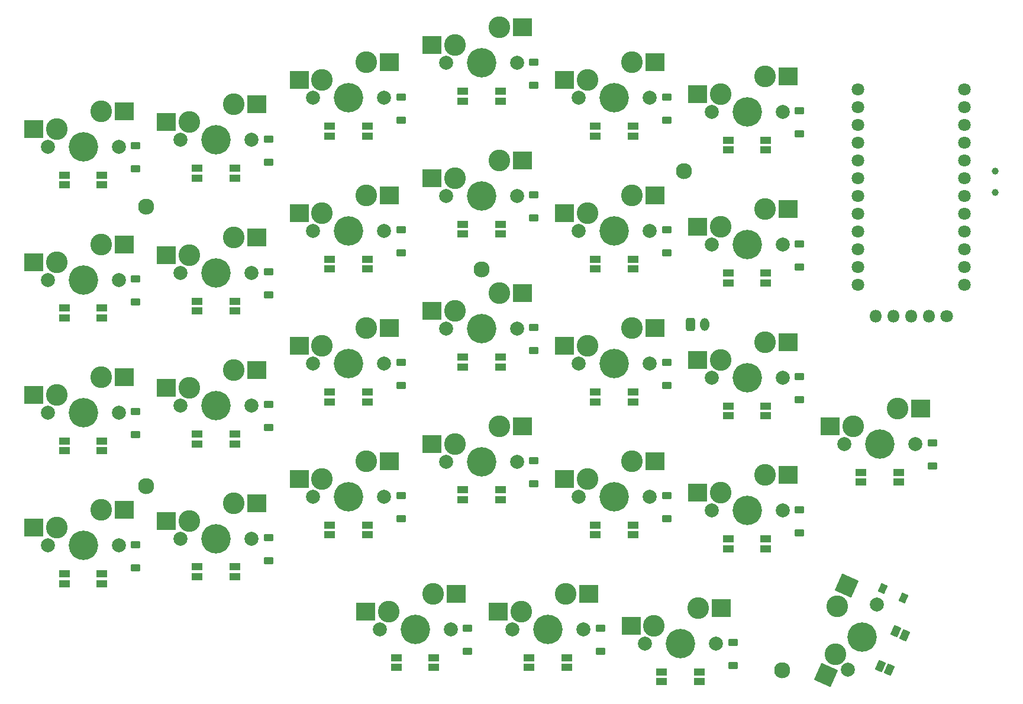
<source format=gbr>
%TF.GenerationSoftware,KiCad,Pcbnew,8.0.6*%
%TF.CreationDate,2024-12-22T09:15:40+01:00*%
%TF.ProjectId,left_finished,6c656674-5f66-4696-9e69-736865642e6b,0.1*%
%TF.SameCoordinates,Original*%
%TF.FileFunction,Soldermask,Bot*%
%TF.FilePolarity,Negative*%
%FSLAX46Y46*%
G04 Gerber Fmt 4.6, Leading zero omitted, Abs format (unit mm)*
G04 Created by KiCad (PCBNEW 8.0.6) date 2024-12-22 09:15:40*
%MOMM*%
%LPD*%
G01*
G04 APERTURE LIST*
G04 Aperture macros list*
%AMRoundRect*
0 Rectangle with rounded corners*
0 $1 Rounding radius*
0 $2 $3 $4 $5 $6 $7 $8 $9 X,Y pos of 4 corners*
0 Add a 4 corners polygon primitive as box body*
4,1,4,$2,$3,$4,$5,$6,$7,$8,$9,$2,$3,0*
0 Add four circle primitives for the rounded corners*
1,1,$1+$1,$2,$3*
1,1,$1+$1,$4,$5*
1,1,$1+$1,$6,$7*
1,1,$1+$1,$8,$9*
0 Add four rect primitives between the rounded corners*
20,1,$1+$1,$2,$3,$4,$5,0*
20,1,$1+$1,$4,$5,$6,$7,0*
20,1,$1+$1,$6,$7,$8,$9,0*
20,1,$1+$1,$8,$9,$2,$3,0*%
G04 Aperture macros list end*
%ADD10C,1.000000*%
%ADD11O,1.800000X1.800000*%
%ADD12C,1.800000*%
%ADD13C,2.300000*%
%ADD14C,2.000000*%
%ADD15C,3.100000*%
%ADD16C,4.200000*%
%ADD17RoundRect,0.050000X-1.275000X-1.250000X1.275000X-1.250000X1.275000X1.250000X-1.275000X1.250000X0*%
%ADD18RoundRect,0.260000X0.390000X0.665000X-0.390000X0.665000X-0.390000X-0.665000X0.390000X-0.665000X0*%
%ADD19O,1.300000X1.850000*%
%ADD20RoundRect,0.050000X0.600000X-0.450000X0.600000X0.450000X-0.600000X0.450000X-0.600000X-0.450000X0*%
%ADD21RoundRect,0.050000X0.700000X0.500000X-0.700000X0.500000X-0.700000X-0.500000X0.700000X-0.500000X0*%
%ADD22RoundRect,0.050000X0.655137X0.365096X-0.167053X0.731159X-0.655137X-0.365096X0.167053X-0.731159X0*%
%ADD23RoundRect,0.050000X-0.172057X0.842850X-0.741488X-0.436113X0.172057X-0.842850X0.741488X0.436113X0*%
%ADD24RoundRect,0.050000X0.623343X-1.673191X1.660521X0.656350X-0.623343X1.673191X-1.660521X-0.656350X0*%
G04 APERTURE END LIST*
D10*
%TO.C,PWR1*%
X278525000Y-116500000D03*
X278525000Y-119500000D03*
%TD*%
D11*
%TO.C,DISP1*%
X261420000Y-137200000D03*
X263960000Y-137200000D03*
X266500000Y-137200000D03*
X269040000Y-137200000D03*
D12*
X271580000Y-137200000D03*
%TD*%
D13*
%TO.C,MH4*%
X234000000Y-116500000D03*
%TD*%
%TO.C,MH3*%
X157000000Y-121500000D03*
%TD*%
%TO.C,MH1*%
X248074234Y-187864648D03*
%TD*%
%TO.C,MH5*%
X205000000Y-130500000D03*
%TD*%
D12*
%TO.C,MCU1*%
X274120000Y-104800000D03*
X274120000Y-107340000D03*
X274120000Y-109880000D03*
X274120000Y-112420000D03*
X274120000Y-114960000D03*
X274120000Y-117500000D03*
X274120000Y-120040000D03*
X274120000Y-122580000D03*
X274120000Y-125120000D03*
X274120000Y-127660000D03*
X274120000Y-130200000D03*
X274120000Y-132740000D03*
X258880000Y-132740000D03*
X258880000Y-130200000D03*
X258880000Y-127660000D03*
X258880000Y-125120000D03*
X258880000Y-122580000D03*
X258880000Y-120040000D03*
X258880000Y-117500000D03*
X258880000Y-114960000D03*
X258880000Y-112420000D03*
X258880000Y-109880000D03*
X258880000Y-107340000D03*
X258880000Y-104800000D03*
%TD*%
D13*
%TO.C,MH2*%
X157000000Y-161500000D03*
%TD*%
D14*
%TO.C,S22*%
X237920000Y-146000000D03*
D15*
X239190000Y-143460000D03*
D16*
X243000000Y-146000000D03*
D15*
X245540000Y-140920000D03*
D14*
X248080000Y-146000000D03*
D17*
X235915000Y-143460000D03*
X248842000Y-140920000D03*
%TD*%
D18*
%TO.C,JST1*%
X234950000Y-138400000D03*
D19*
X236950000Y-138400000D03*
%TD*%
D20*
%TO.C,D12*%
X193500000Y-109150000D03*
X193500000Y-105850000D03*
%TD*%
D14*
%TO.C,S20*%
X218920000Y-106000000D03*
D15*
X220190000Y-103460000D03*
D16*
X224000000Y-106000000D03*
D15*
X226540000Y-100920000D03*
D14*
X229080000Y-106000000D03*
D17*
X216915000Y-103460000D03*
X229842000Y-100920000D03*
%TD*%
D20*
%TO.C,D8*%
X174500000Y-115150000D03*
X174500000Y-111850000D03*
%TD*%
D14*
%TO.C,S11*%
X180920000Y-125000000D03*
D15*
X182190000Y-122460000D03*
D16*
X186000000Y-125000000D03*
D15*
X188540000Y-119920000D03*
D14*
X191080000Y-125000000D03*
D17*
X178915000Y-122460000D03*
X191842000Y-119920000D03*
%TD*%
D20*
%TO.C,D9*%
X193500000Y-166150000D03*
X193500000Y-162850000D03*
%TD*%
%TO.C,D13*%
X212500000Y-161150000D03*
X212500000Y-157850000D03*
%TD*%
D21*
%TO.C,LED12*%
X183300000Y-110050000D03*
X183300000Y-111450000D03*
X188700000Y-111450000D03*
X188700000Y-110050000D03*
%TD*%
D20*
%TO.C,D22*%
X250500000Y-149150000D03*
X250500000Y-145850000D03*
%TD*%
D14*
%TO.C,S13*%
X199920000Y-158000000D03*
D15*
X201190000Y-155460000D03*
D16*
X205000000Y-158000000D03*
D15*
X207540000Y-152920000D03*
D14*
X210080000Y-158000000D03*
D17*
X197915000Y-155460000D03*
X210842000Y-152920000D03*
%TD*%
D14*
%TO.C,S10*%
X180920000Y-144000000D03*
D15*
X182190000Y-141460000D03*
D16*
X186000000Y-144000000D03*
D15*
X188540000Y-138920000D03*
D14*
X191080000Y-144000000D03*
D17*
X178915000Y-141460000D03*
X191842000Y-138920000D03*
%TD*%
D21*
%TO.C,LED27*%
X230800000Y-188050000D03*
X230800000Y-189450000D03*
X236200000Y-189450000D03*
X236200000Y-188050000D03*
%TD*%
%TO.C,LED25*%
X192800000Y-186050000D03*
X192800000Y-187450000D03*
X198200000Y-187450000D03*
X198200000Y-186050000D03*
%TD*%
%TO.C,LED22*%
X240300000Y-150050000D03*
X240300000Y-151450000D03*
X245700000Y-151450000D03*
X245700000Y-150050000D03*
%TD*%
D14*
%TO.C,S2*%
X142920000Y-151000000D03*
D15*
X144190000Y-148460000D03*
D16*
X148000000Y-151000000D03*
D15*
X150540000Y-145920000D03*
D14*
X153080000Y-151000000D03*
D17*
X140915000Y-148460000D03*
X153842000Y-145920000D03*
%TD*%
D21*
%TO.C,LED18*%
X221300000Y-148050000D03*
X221300000Y-149450000D03*
X226700000Y-149450000D03*
X226700000Y-148050000D03*
%TD*%
%TO.C,LED3*%
X145300000Y-136050000D03*
X145300000Y-137450000D03*
X150700000Y-137450000D03*
X150700000Y-136050000D03*
%TD*%
%TO.C,LED13*%
X202300000Y-162050000D03*
X202300000Y-163450000D03*
X207700000Y-163450000D03*
X207700000Y-162050000D03*
%TD*%
%TO.C,LED19*%
X221300000Y-129050000D03*
X221300000Y-130450000D03*
X226700000Y-130450000D03*
X226700000Y-129050000D03*
%TD*%
D14*
%TO.C,S25*%
X190420000Y-182000000D03*
D15*
X191690000Y-179460000D03*
D16*
X195500000Y-182000000D03*
D15*
X198040000Y-176920000D03*
D14*
X200580000Y-182000000D03*
D17*
X188415000Y-179460000D03*
X201342000Y-176920000D03*
%TD*%
D21*
%TO.C,LED24*%
X240300000Y-112050000D03*
X240300000Y-113450000D03*
X245700000Y-113450000D03*
X245700000Y-112050000D03*
%TD*%
D20*
%TO.C,D18*%
X231500000Y-147150000D03*
X231500000Y-143850000D03*
%TD*%
D14*
%TO.C,S9*%
X180920000Y-163000000D03*
D15*
X182190000Y-160460000D03*
D16*
X186000000Y-163000000D03*
D15*
X188540000Y-157920000D03*
D14*
X191080000Y-163000000D03*
D17*
X178915000Y-160460000D03*
X191842000Y-157920000D03*
%TD*%
D22*
%TO.C,D28*%
X265428193Y-177529629D03*
X262413493Y-176187399D03*
%TD*%
D14*
%TO.C,S5*%
X161920000Y-169000000D03*
D15*
X163190000Y-166460000D03*
D16*
X167000000Y-169000000D03*
D15*
X169540000Y-163920000D03*
D14*
X172080000Y-169000000D03*
D17*
X159915000Y-166460000D03*
X172842000Y-163920000D03*
%TD*%
D21*
%TO.C,LED14*%
X202300000Y-143050000D03*
X202300000Y-144450000D03*
X207700000Y-144450000D03*
X207700000Y-143050000D03*
%TD*%
D14*
%TO.C,S27*%
X228420000Y-184000000D03*
D15*
X229690000Y-181460000D03*
D16*
X233500000Y-184000000D03*
D15*
X236040000Y-178920000D03*
D14*
X238580000Y-184000000D03*
D17*
X226415000Y-181460000D03*
X239342000Y-178920000D03*
%TD*%
D14*
%TO.C,S23*%
X237920000Y-127000000D03*
D15*
X239190000Y-124460000D03*
D16*
X243000000Y-127000000D03*
D15*
X245540000Y-121920000D03*
D14*
X248080000Y-127000000D03*
D17*
X235915000Y-124460000D03*
X248842000Y-121920000D03*
%TD*%
D14*
%TO.C,S18*%
X218920000Y-144000000D03*
D15*
X220190000Y-141460000D03*
D16*
X224000000Y-144000000D03*
D15*
X226540000Y-138920000D03*
D14*
X229080000Y-144000000D03*
D17*
X216915000Y-141460000D03*
X229842000Y-138920000D03*
%TD*%
D21*
%TO.C,LED23*%
X240300000Y-131050000D03*
X240300000Y-132450000D03*
X245700000Y-132450000D03*
X245700000Y-131050000D03*
%TD*%
%TO.C,LED20*%
X221300000Y-110050000D03*
X221300000Y-111450000D03*
X226700000Y-111450000D03*
X226700000Y-110050000D03*
%TD*%
%TO.C,LED11*%
X183300000Y-129050000D03*
X183300000Y-130450000D03*
X188700000Y-130450000D03*
X188700000Y-129050000D03*
%TD*%
D14*
%TO.C,S6*%
X161920000Y-150000000D03*
D15*
X163190000Y-147460000D03*
D16*
X167000000Y-150000000D03*
D15*
X169540000Y-144920000D03*
D14*
X172080000Y-150000000D03*
D17*
X159915000Y-147460000D03*
X172842000Y-144920000D03*
%TD*%
D14*
%TO.C,S14*%
X199920000Y-139000000D03*
D15*
X201190000Y-136460000D03*
D16*
X205000000Y-139000000D03*
D15*
X207540000Y-133920000D03*
D14*
X210080000Y-139000000D03*
D17*
X197915000Y-136460000D03*
X210842000Y-133920000D03*
%TD*%
D14*
%TO.C,S16*%
X199920000Y-101000000D03*
D15*
X201190000Y-98460000D03*
D16*
X205000000Y-101000000D03*
D15*
X207540000Y-95920000D03*
D14*
X210080000Y-101000000D03*
D17*
X197915000Y-98460000D03*
X210842000Y-95920000D03*
%TD*%
D20*
%TO.C,D15*%
X212500000Y-123150000D03*
X212500000Y-119850000D03*
%TD*%
D14*
%TO.C,S24*%
X237920000Y-108000000D03*
D15*
X239190000Y-105460000D03*
D16*
X243000000Y-108000000D03*
D15*
X245540000Y-102920000D03*
D14*
X248080000Y-108000000D03*
D17*
X235915000Y-105460000D03*
X248842000Y-102920000D03*
%TD*%
D20*
%TO.C,D27*%
X241000000Y-187150000D03*
X241000000Y-183850000D03*
%TD*%
D14*
%TO.C,S1*%
X142920000Y-170000000D03*
D15*
X144190000Y-167460000D03*
D16*
X148000000Y-170000000D03*
D15*
X150540000Y-164920000D03*
D14*
X153080000Y-170000000D03*
D17*
X140915000Y-167460000D03*
X153842000Y-164920000D03*
%TD*%
D20*
%TO.C,D29*%
X269500000Y-158650000D03*
X269500000Y-155350000D03*
%TD*%
%TO.C,D21*%
X250500000Y-168150000D03*
X250500000Y-164850000D03*
%TD*%
D21*
%TO.C,LED6*%
X164300000Y-154050000D03*
X164300000Y-155450000D03*
X169700000Y-155450000D03*
X169700000Y-154050000D03*
%TD*%
D14*
%TO.C,S17*%
X218920000Y-163000000D03*
D15*
X220190000Y-160460000D03*
D16*
X224000000Y-163000000D03*
D15*
X226540000Y-157920000D03*
D14*
X229080000Y-163000000D03*
D17*
X216915000Y-160460000D03*
X229842000Y-157920000D03*
%TD*%
D21*
%TO.C,LED9*%
X183300000Y-167050000D03*
X183300000Y-168450000D03*
X188700000Y-168450000D03*
X188700000Y-167050000D03*
%TD*%
D23*
%TO.C,LED28*%
X262101670Y-187213856D03*
X263380634Y-187783287D03*
X265577012Y-182850142D03*
X264298048Y-182280711D03*
%TD*%
D21*
%TO.C,LED21*%
X240300000Y-169050000D03*
X240300000Y-170450000D03*
X245700000Y-170450000D03*
X245700000Y-169050000D03*
%TD*%
D20*
%TO.C,D17*%
X231500000Y-166150000D03*
X231500000Y-162850000D03*
%TD*%
D21*
%TO.C,LED1*%
X145300000Y-174050000D03*
X145300000Y-175450000D03*
X150700000Y-175450000D03*
X150700000Y-174050000D03*
%TD*%
%TO.C,LED4*%
X145300000Y-117050000D03*
X145300000Y-118450000D03*
X150700000Y-118450000D03*
X150700000Y-117050000D03*
%TD*%
%TO.C,LED16*%
X202300000Y-105050000D03*
X202300000Y-106450000D03*
X207700000Y-106450000D03*
X207700000Y-105050000D03*
%TD*%
D20*
%TO.C,D26*%
X222000000Y-185150000D03*
X222000000Y-181850000D03*
%TD*%
D21*
%TO.C,LED15*%
X202300000Y-124050000D03*
X202300000Y-125450000D03*
X207700000Y-125450000D03*
X207700000Y-124050000D03*
%TD*%
%TO.C,LED8*%
X164300000Y-116050000D03*
X164300000Y-117450000D03*
X169700000Y-117450000D03*
X169700000Y-116050000D03*
%TD*%
D20*
%TO.C,D24*%
X250500000Y-111150000D03*
X250500000Y-107850000D03*
%TD*%
D21*
%TO.C,LED26*%
X211800000Y-186050000D03*
X211800000Y-187450000D03*
X217200000Y-187450000D03*
X217200000Y-186050000D03*
%TD*%
D14*
%TO.C,S21*%
X237920000Y-165000000D03*
D15*
X239190000Y-162460000D03*
D16*
X243000000Y-165000000D03*
D15*
X245540000Y-159920000D03*
D14*
X248080000Y-165000000D03*
D17*
X235915000Y-162460000D03*
X248842000Y-159920000D03*
%TD*%
D21*
%TO.C,LED10*%
X183300000Y-148050000D03*
X183300000Y-149450000D03*
X188700000Y-149450000D03*
X188700000Y-148050000D03*
%TD*%
D20*
%TO.C,D23*%
X250500000Y-130150000D03*
X250500000Y-126850000D03*
%TD*%
%TO.C,D1*%
X155500000Y-173150000D03*
X155500000Y-169850000D03*
%TD*%
%TO.C,D16*%
X212500000Y-104150000D03*
X212500000Y-100850000D03*
%TD*%
D14*
%TO.C,S3*%
X142920000Y-132000000D03*
D15*
X144190000Y-129460000D03*
D16*
X148000000Y-132000000D03*
D15*
X150540000Y-126920000D03*
D14*
X153080000Y-132000000D03*
D17*
X140915000Y-129460000D03*
X153842000Y-126920000D03*
%TD*%
D20*
%TO.C,D10*%
X193500000Y-147150000D03*
X193500000Y-143850000D03*
%TD*%
%TO.C,D2*%
X155500000Y-154150000D03*
X155500000Y-150850000D03*
%TD*%
%TO.C,D5*%
X174500000Y-172150000D03*
X174500000Y-168850000D03*
%TD*%
D14*
%TO.C,S19*%
X218920000Y-125000000D03*
D15*
X220190000Y-122460000D03*
D16*
X224000000Y-125000000D03*
D15*
X226540000Y-119920000D03*
D14*
X229080000Y-125000000D03*
D17*
X216915000Y-122460000D03*
X229842000Y-119920000D03*
%TD*%
D21*
%TO.C,LED17*%
X221300000Y-167050000D03*
X221300000Y-168450000D03*
X226700000Y-168450000D03*
X226700000Y-167050000D03*
%TD*%
D20*
%TO.C,D11*%
X193500000Y-128150000D03*
X193500000Y-124850000D03*
%TD*%
D21*
%TO.C,LED5*%
X164300000Y-173050000D03*
X164300000Y-174450000D03*
X169700000Y-174450000D03*
X169700000Y-173050000D03*
%TD*%
D20*
%TO.C,D6*%
X174500000Y-153150000D03*
X174500000Y-149850000D03*
%TD*%
%TO.C,D19*%
X231500000Y-128150000D03*
X231500000Y-124850000D03*
%TD*%
D21*
%TO.C,LED29*%
X259300000Y-159550000D03*
X259300000Y-160950000D03*
X264700000Y-160950000D03*
X264700000Y-159550000D03*
%TD*%
D14*
%TO.C,S4*%
X142920000Y-113000000D03*
D15*
X144190000Y-110460000D03*
D16*
X148000000Y-113000000D03*
D15*
X150540000Y-107920000D03*
D14*
X153080000Y-113000000D03*
D17*
X140915000Y-110460000D03*
X153842000Y-107920000D03*
%TD*%
D14*
%TO.C,S29*%
X256920000Y-155500000D03*
D15*
X258190000Y-152960000D03*
D16*
X262000000Y-155500000D03*
D15*
X264540000Y-150420000D03*
D14*
X267080000Y-155500000D03*
D17*
X254915000Y-152960000D03*
X267842000Y-150420000D03*
%TD*%
D14*
%TO.C,S28*%
X257433778Y-187740811D03*
D15*
X255629928Y-185547497D03*
D16*
X259500000Y-183100000D03*
D15*
X255892300Y-178713372D03*
D14*
X261566222Y-178459189D03*
D24*
X254297865Y-188539358D03*
X257235345Y-175696845D03*
%TD*%
D14*
%TO.C,S15*%
X199920000Y-120000000D03*
D15*
X201190000Y-117460000D03*
D16*
X205000000Y-120000000D03*
D15*
X207540000Y-114920000D03*
D14*
X210080000Y-120000000D03*
D17*
X197915000Y-117460000D03*
X210842000Y-114920000D03*
%TD*%
D14*
%TO.C,S26*%
X209420000Y-182000000D03*
D15*
X210690000Y-179460000D03*
D16*
X214500000Y-182000000D03*
D15*
X217040000Y-176920000D03*
D14*
X219580000Y-182000000D03*
D17*
X207415000Y-179460000D03*
X220342000Y-176920000D03*
%TD*%
D20*
%TO.C,D3*%
X155500000Y-135150000D03*
X155500000Y-131850000D03*
%TD*%
D14*
%TO.C,S7*%
X161920000Y-131000000D03*
D15*
X163190000Y-128460000D03*
D16*
X167000000Y-131000000D03*
D15*
X169540000Y-125920000D03*
D14*
X172080000Y-131000000D03*
D17*
X159915000Y-128460000D03*
X172842000Y-125920000D03*
%TD*%
D20*
%TO.C,D20*%
X231500000Y-109150000D03*
X231500000Y-105850000D03*
%TD*%
D21*
%TO.C,LED7*%
X164300000Y-135050000D03*
X164300000Y-136450000D03*
X169700000Y-136450000D03*
X169700000Y-135050000D03*
%TD*%
D14*
%TO.C,S8*%
X161920000Y-112000000D03*
D15*
X163190000Y-109460000D03*
D16*
X167000000Y-112000000D03*
D15*
X169540000Y-106920000D03*
D14*
X172080000Y-112000000D03*
D17*
X159915000Y-109460000D03*
X172842000Y-106920000D03*
%TD*%
D14*
%TO.C,S12*%
X180920000Y-106000000D03*
D15*
X182190000Y-103460000D03*
D16*
X186000000Y-106000000D03*
D15*
X188540000Y-100920000D03*
D14*
X191080000Y-106000000D03*
D17*
X178915000Y-103460000D03*
X191842000Y-100920000D03*
%TD*%
D21*
%TO.C,LED2*%
X145300000Y-155050000D03*
X145300000Y-156450000D03*
X150700000Y-156450000D03*
X150700000Y-155050000D03*
%TD*%
D20*
%TO.C,D25*%
X203000000Y-185150000D03*
X203000000Y-181850000D03*
%TD*%
%TO.C,D4*%
X155500000Y-116150000D03*
X155500000Y-112850000D03*
%TD*%
%TO.C,D7*%
X174500000Y-134150000D03*
X174500000Y-130850000D03*
%TD*%
%TO.C,D14*%
X212500000Y-142150000D03*
X212500000Y-138850000D03*
%TD*%
M02*

</source>
